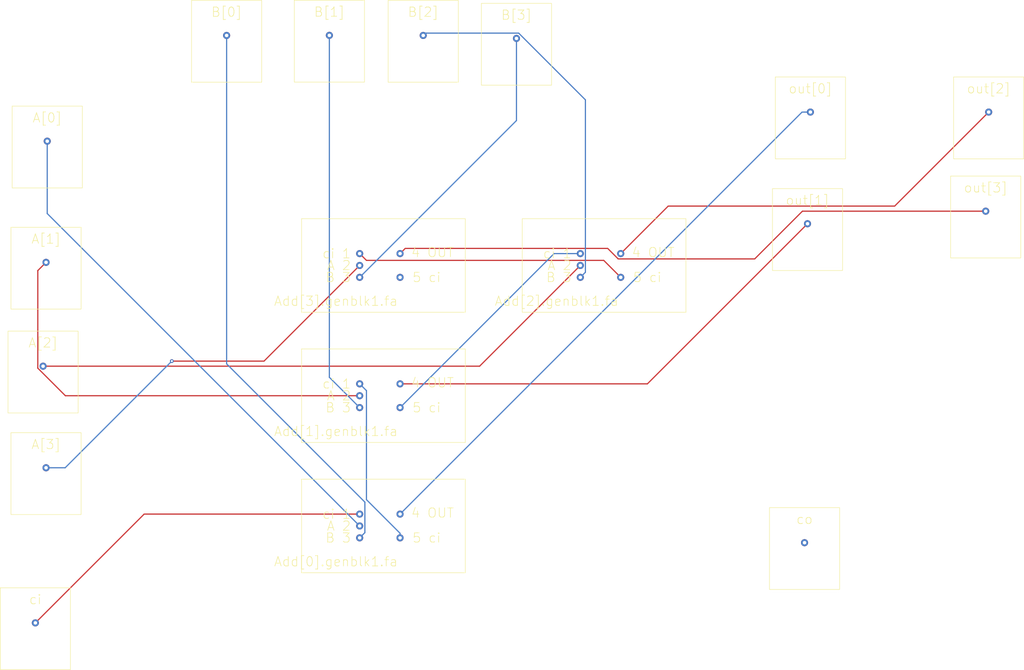
<source format=kicad_pcb>
(kicad_pcb (version 20211014) (generator pcbnew)
  (layers (0 "F.Cu" signal) (31 "B.Cu" signal) (34 "B.Paste" user) (35 "F.Paste" user) (36 "B.SilkS" user "B.Silkscreen") (37 "F.SilkS" user "F.Silkscreen") (38 "B.Mask" user) (39 "F.Mask" user) (44 "Edge.Cuts" user))
  (net 0 "")
  (net 1 "co")
  (net 2 "A[0]")
  (net 3 "B[0]")
  (net 4 "out[0]")
  (net 5 "ci")
  (net 6 "Add[0].c_out")
  (net 7 "A[1]")
  (net 8 "B[1]")
  (net 9 "out[1]")
  (net 10 "Add[1].c_out")
  (net 11 "A[2]")
  (net 12 "B[2]")
  (net 13 "out[2]")
  (net 14 "Add[2].c_out")
  (net 15 "A[3]")
  (net 16 "B[3]")
  (net 17 "out[3]")
  (net 18 "Add[3].c_out")
  (footprint "FA:INPUT" (layer "F.Cu") (at 39.624 77.617)
    (fp_text reference "A[1]" (at 0 -5 unlocked) (layer "F.SilkS") (effects (font (size 2 2))))
    (fp_text value "INPUT")
    (fp_rect (start -7.5 -7.5) (end 7.5 10) (layer "F.SilkS") (width 0.12) (fill none))
    (pad "1" thru_hole circle (at 0 0) (size 1.524 1.524) (drill 0.762) (layers *.Cu *.Mask) (net 7 "A[1]"))
  )
  (footprint "FA:INPUT" (layer "F.Cu") (at 39.878 51.709)
    (fp_text reference "A[0]" (at 0 -5 unlocked) (layer "F.SilkS") (effects (font (size 2 2))))
    (fp_text value "INPUT")
    (fp_rect (start -7.5 -7.5) (end 7.5 10) (layer "F.SilkS") (width 0.12) (fill none))
    (pad "1" thru_hole circle (at 0 0) (size 1.524 1.524) (drill 0.762) (layers *.Cu *.Mask) (net 2 "A[0]"))
  )
  (footprint "FA:OUTPUT" (layer "F.Cu") (at 241.173 45.486)
    (fp_text reference "out[2]" (at 0 -5 unlocked) (layer "F.SilkS") (effects (font (size 2 2))))
    (fp_text value "OUTPUT")
    (fp_rect (start -7.5 -7.5) (end 7.5 10) (layer "F.SilkS") (width 0.12) (fill none))
    (pad "1" thru_hole circle (at 0 0) (size 1.524 1.524) (drill 0.762) (layers *.Cu *.Mask) (net 13 "out[2]"))
  )
  (footprint "FA:INPUT" (layer "F.Cu") (at 38.989 99.822)
    (fp_text reference "A[2]" (at 0 -5 unlocked) (layer "F.SilkS") (effects (font (size 2 2))))
    (fp_text value "INPUT")
    (fp_rect (start -7.5 -7.5) (end 7.5 10) (layer "F.SilkS") (width 0.12) (fill none))
    (pad "1" thru_hole circle (at 0 0) (size 1.524 1.524) (drill 0.762) (layers *.Cu *.Mask) (net 11 "A[2]"))
  )
  (footprint "FA:OUTPUT" (layer "F.Cu") (at 203.053 45.486)
    (fp_text reference "out[0]" (at 0 -5 unlocked) (layer "F.SilkS") (effects (font (size 2 2))))
    (fp_text value "OUTPUT")
    (fp_rect (start -7.5 -7.5) (end 7.5 10) (layer "F.SilkS") (width 0.12) (fill none))
    (pad "1" thru_hole circle (at 0 0) (size 1.524 1.524) (drill 0.762) (layers *.Cu *.Mask) (net 4 "out[0]"))
  )
  (footprint "FA:OUTPUT" (layer "F.Cu") (at 240.538 66.675)
    (fp_text reference "out[3]" (at 0 -5 unlocked) (layer "F.SilkS") (effects (font (size 2 2))))
    (fp_text value "OUTPUT")
    (fp_rect (start -7.5 -7.5) (end 7.5 10) (layer "F.SilkS") (width 0.12) (fill none))
    (pad "1" thru_hole circle (at 0 0) (size 1.524 1.524) (drill 0.762) (layers *.Cu *.Mask) (net 17 "out[3]"))
  )
  (footprint "FA:OUTPUT" (layer "F.Cu") (at 202.438 69.362)
    (fp_text reference "out[1]" (at 0 -5 unlocked) (layer "F.SilkS") (effects (font (size 2 2))))
    (fp_text value "OUTPUT")
    (fp_rect (start -7.5 -7.5) (end 7.5 10) (layer "F.SilkS") (width 0.12) (fill none))
    (pad "1" thru_hole circle (at 0 0) (size 1.524 1.524) (drill 0.762) (layers *.Cu *.Mask) (net 9 "out[1]"))
  )
  (footprint "FA:INPUT" (layer "F.Cu") (at 100.203 29.083)
    (fp_text reference "B[1]" (at 0 -5 unlocked) (layer "F.SilkS") (effects (font (size 2 2))))
    (fp_text value "INPUT")
    (fp_rect (start -7.5 -7.5) (end 7.5 10) (layer "F.SilkS") (width 0.12) (fill none))
    (pad "1" thru_hole circle (at 0 0) (size 1.524 1.524) (drill 0.762) (layers *.Cu *.Mask) (net 8 "B[1]"))
  )
  (footprint "FA:genblk1.fa" (layer "F.Cu") (at 111.76 78.285)
    (fp_text reference "Add[3].genblk1.fa" (at -10.16 7.62 unlocked) (layer "F.SilkS") (effects (font (size 2 2))))
    (fp_text value "FA")
    (fp_text user "A 2" (at -6.858 0 unlocked) (layer "F.SilkS") (effects (font (size 2 2)) (justify right)))
    (fp_text user "4 OUT" (at 5.842 -2.794 unlocked) (layer "F.SilkS") (effects (font (size 2 2)) (justify left)))
    (fp_text user "5 ci" (at 6.096 2.54 unlocked) (layer "F.SilkS") (effects (font (size 2 2)) (justify left)))
    (fp_text user "B 3" (at -6.858 2.54 unlocked) (layer "F.SilkS") (effects (font (size 2 2)) (justify right)))
    (fp_text user "ci 1" (at -6.858 -2.54 unlocked) (layer "F.SilkS") (effects (font (size 2 2)) (justify right)))
    (fp_line (start -17.5 10) (end -17.5 -10) (layer "F.SilkS") (width 0.12))
    (fp_line (start 17.5 -10) (end 17.5 10) (layer "F.SilkS") (width 0.12))
    (fp_line (start 17.5 10) (end -17.5 10) (layer "F.SilkS") (width 0.12))
    (fp_line (start 17.5 -10) (end -17.5 -10) (layer "F.SilkS") (width 0.12))
    (pad "1" thru_hole circle (at -5.08 -2.54) (size 1.524 1.524) (drill 0.762) (layers *.Cu *.Mask) (net 14 "Add[2].c_out"))
    (pad "2" thru_hole circle (at -5.08 0) (size 1.524 1.524) (drill 0.762) (layers *.Cu *.Mask) (net 15 "A[3]"))
    (pad "3" thru_hole circle (at -5.08 2.54) (size 1.524 1.524) (drill 0.762) (layers *.Cu *.Mask) (net 16 "B[3]"))
    (pad "4" thru_hole circle (at 3.556 -2.54) (size 1.524 1.524) (drill 0.762) (layers *.Cu *.Mask) (net 17 "out[3]"))
    (pad "5" thru_hole circle (at 3.556 2.54) (size 1.524 1.524) (drill 0.762) (layers *.Cu *.Mask) (net 18 "Add[3].c_out"))
  )
  (footprint "FA:INPUT" (layer "F.Cu") (at 120.269 29.103)
    (fp_text reference "B[2]" (at 0 -5 unlocked) (layer "F.SilkS") (effects (font (size 2 2))))
    (fp_text value "INPUT")
    (fp_rect (start -7.5 -7.5) (end 7.5 10) (layer "F.SilkS") (width 0.12) (fill none))
    (pad "1" thru_hole circle (at 0 0) (size 1.524 1.524) (drill 0.762) (layers *.Cu *.Mask) (net 12 "B[2]"))
  )
  (footprint "FA:OUTPUT" (layer "F.Cu") (at 201.803 137.561)
    (fp_text reference "co" (at 0 -5 unlocked) (layer "F.SilkS") (effects (font (size 2 2))))
    (fp_text value "OUTPUT")
    (fp_rect (start -7.5 -7.5) (end 7.5 10) (layer "F.SilkS") (width 0.12) (fill none))
    (pad "1" thru_hole circle (at 0 0) (size 1.524 1.524) (drill 0.762) (layers *.Cu *.Mask) (net 1 "co"))
  )
  (footprint "FA:INPUT" (layer "F.Cu") (at 37.338 154.706)
    (fp_text reference "ci" (at 0 -5 unlocked) (layer "F.SilkS") (effects (font (size 2 2))))
    (fp_text value "INPUT")
    (fp_rect (start -7.5 -7.5) (end 7.5 10) (layer "F.SilkS") (width 0.12) (fill none))
    (pad "1" thru_hole circle (at 0 0) (size 1.524 1.524) (drill 0.762) (layers *.Cu *.Mask) (net 5 "ci"))
  )
  (footprint "FA:INPUT" (layer "F.Cu") (at 140.208 29.738)
    (fp_text reference "B[3]" (at 0 -5 unlocked) (layer "F.SilkS") (effects (font (size 2 2))))
    (fp_text value "INPUT")
    (fp_rect (start -7.5 -7.5) (end 7.5 10) (layer "F.SilkS") (width 0.12) (fill none))
    (pad "1" thru_hole circle (at 0 0) (size 1.524 1.524) (drill 0.762) (layers *.Cu *.Mask) (net 16 "B[3]"))
  )
  (footprint "FA:genblk1.fa" (layer "F.Cu") (at 158.94 78.285)
    (fp_text reference "Add[2].genblk1.fa" (at -10.16 7.62 unlocked) (layer "F.SilkS") (effects (font (size 2 2))))
    (fp_text value "FA")
    (fp_text user "4 OUT" (at 5.842 -2.794 unlocked) (layer "F.SilkS") (effects (font (size 2 2)) (justify left)))
    (fp_text user "ci 1" (at -6.858 -2.54 unlocked) (layer "F.SilkS") (effects (font (size 2 2)) (justify right)))
    (fp_text user "5 ci" (at 6.096 2.54 unlocked) (layer "F.SilkS") (effects (font (size 2 2)) (justify left)))
    (fp_text user "B 3" (at -6.858 2.54 unlocked) (layer "F.SilkS") (effects (font (size 2 2)) (justify right)))
    (fp_text user "A 2" (at -6.858 0 unlocked) (layer "F.SilkS") (effects (font (size 2 2)) (justify right)))
    (fp_line (start 17.5 10) (end -17.5 10) (layer "F.SilkS") (width 0.12))
    (fp_line (start -17.5 10) (end -17.5 -10) (layer "F.SilkS") (width 0.12))
    (fp_line (start 17.5 -10) (end 17.5 10) (layer "F.SilkS") (width 0.12))
    (fp_line (start 17.5 -10) (end -17.5 -10) (layer "F.SilkS") (width 0.12))
    (pad "1" thru_hole circle (at -5.08 -2.54) (size 1.524 1.524) (drill 0.762) (layers *.Cu *.Mask) (net 10 "Add[1].c_out"))
    (pad "2" thru_hole circle (at -5.08 0) (size 1.524 1.524) (drill 0.762) (layers *.Cu *.Mask) (net 11 "A[2]"))
    (pad "3" thru_hole circle (at -5.08 2.54) (size 1.524 1.524) (drill 0.762) (layers *.Cu *.Mask) (net 12 "B[2]"))
    (pad "4" thru_hole circle (at 3.556 -2.54) (size 1.524 1.524) (drill 0.762) (layers *.Cu *.Mask) (net 13 "out[2]"))
    (pad "5" thru_hole circle (at 3.556 2.54) (size 1.524 1.524) (drill 0.762) (layers *.Cu *.Mask) (net 14 "Add[2].c_out"))
  )
  (footprint "FA:INPUT" (layer "F.Cu") (at 78.232 29.103)
    (fp_text reference "B[0]" (at 0 -5 unlocked) (layer "F.SilkS") (effects (font (size 2 2))))
    (fp_text value "INPUT")
    (fp_rect (start -7.5 -7.5) (end 7.5 10) (layer "F.SilkS") (width 0.12) (fill none))
    (pad "1" thru_hole circle (at 0 0) (size 1.524 1.524) (drill 0.762) (layers *.Cu *.Mask) (net 3 "B[0]"))
  )
  (footprint "FA:genblk1.fa" (layer "F.Cu") (at 111.76 133.985)
    (fp_text reference "Add[0].genblk1.fa" (at -10.16 7.62 unlocked) (layer "F.SilkS") (effects (font (size 2 2))))
    (fp_text value "FA")
    (fp_text user "5 ci" (at 6.096 2.54 unlocked) (layer "F.SilkS") (effects (font (size 2 2)) (justify left)))
    (fp_text user "B 3" (at -6.858 2.54 unlocked) (layer "F.SilkS") (effects (font (size 2 2)) (justify right)))
    (fp_text user "A 2" (at -6.858 0 unlocked) (layer "F.SilkS") (effects (font (size 2 2)) (justify right)))
    (fp_text user "ci 1" (at -6.858 -2.54 unlocked) (layer "F.SilkS") (effects (font (size 2 2)) (justify right)))
    (fp_text user "4 OUT" (at 5.842 -2.794 unlocked) (layer "F.SilkS") (effects (font (size 2 2)) (justify left)))
    (fp_line (start 17.5 10) (end -17.5 10) (layer "F.SilkS") (width 0.12))
    (fp_line (start -17.5 10) (end -17.5 -10) (layer "F.SilkS") (width 0.12))
    (fp_line (start 17.5 -10) (end 17.5 10) (layer "F.SilkS") (width 0.12))
    (fp_line (start 17.5 -10) (end -17.5 -10) (layer "F.SilkS") (width 0.12))
    (pad "1" thru_hole circle (at -5.08 -2.54) (size 1.524 1.524) (drill 0.762) (layers *.Cu *.Mask) (net 5 "ci"))
    (pad "2" thru_hole circle (at -5.08 0) (size 1.524 1.524) (drill 0.762) (layers *.Cu *.Mask) (net 2 "A[0]"))
    (pad "3" thru_hole circle (at -5.08 2.54) (size 1.524 1.524) (drill 0.762) (layers *.Cu *.Mask) (net 3 "B[0]"))
    (pad "4" thru_hole circle (at 3.556 -2.54) (size 1.524 1.524) (drill 0.762) (layers *.Cu *.Mask) (net 4 "out[0]"))
    (pad "5" thru_hole circle (at 3.556 2.54) (size 1.524 1.524) (drill 0.762) (layers *.Cu *.Mask) (net 6 "Add[0].c_out"))
  )
  (footprint "FA:INPUT" (layer "F.Cu") (at 39.624 121.539)
    (fp_text reference "A[3]" (at 0 -5 unlocked) (layer "F.SilkS") (effects (font (size 2 2))))
    (fp_text value "INPUT")
    (fp_rect (start -7.5 -7.5) (end 7.5 10) (layer "F.SilkS") (width 0.12) (fill none))
    (pad "1" thru_hole circle (at 0 0) (size 1.524 1.524) (drill 0.762) (layers *.Cu *.Mask) (net 15 "A[3]"))
  )
  (footprint "FA:genblk1.fa" (layer "F.Cu") (at 111.76 106.135)
    (fp_text reference "Add[1].genblk1.fa" (at -10.16 7.62 unlocked) (layer "F.SilkS") (effects (font (size 2 2))))
    (fp_text value "FA")
    (fp_text user "ci 1" (at -6.858 -2.54 unlocked) (layer "F.SilkS") (effects (font (size 2 2)) (justify right)))
    (fp_text user "5 ci" (at 6.096 2.54 unlocked) (layer "F.SilkS") (effects (font (size 2 2)) (justify left)))
    (fp_text user "A 2" (at -6.858 0 unlocked) (layer "F.SilkS") (effects (font (size 2 2)) (justify right)))
    (fp_text user "B 3" (at -6.858 2.54 unlocked) (layer "F.SilkS") (effects (font (size 2 2)) (justify right)))
    (fp_text user "4 OUT" (at 5.842 -2.794 unlocked) (layer "F.SilkS") (effects (font (size 2 2)) (justify left)))
    (fp_line (start 17.5 -10) (end 17.5 10) (layer "F.SilkS") (width 0.12))
    (fp_line (start -17.5 10) (end -17.5 -10) (layer "F.SilkS") (width 0.12))
    (fp_line (start 17.5 10) (end -17.5 10) (layer "F.SilkS") (width 0.12))
    (fp_line (start 17.5 -10) (end -17.5 -10) (layer "F.SilkS") (width 0.12))
    (pad "1" thru_hole circle (at -5.08 -2.54) (size 1.524 1.524) (drill 0.762) (layers *.Cu *.Mask) (net 6 "Add[0].c_out"))
    (pad "2" thru_hole circle (at -5.08 0) (size 1.524 1.524) (drill 0.762) (layers *.Cu *.Mask) (net 7 "A[1]"))
    (pad "3" thru_hole circle (at -5.08 2.54) (size 1.524 1.524) (drill 0.762) (layers *.Cu *.Mask) (net 8 "B[1]"))
    (pad "4" thru_hole circle (at 3.556 -2.54) (size 1.524 1.524) (drill 0.762) (layers *.Cu *.Mask) (net 9 "out[1]"))
    (pad "5" thru_hole circle (at 3.556 2.54) (size 1.524 1.524) (drill 0.762) (layers *.Cu *.Mask) (net 10 "Add[1].c_out"))
  )
  (segment (start 39.878 67.183) (end 39.878 51.709) (width 0.25) (layer "B.Cu") (net 2))
  (segment (start 106.68 133.985) (end 39.878 67.183) (width 0.25) (layer "B.Cu") (net 2))
  (segment (start 107.7949 128.8857) (end 78.232 99.3228) (width 0.25) (layer "B.Cu") (net 3))
  (segment (start 78.232 99.3228) (end 78.232 29.103) (width 0.25) (layer "B.Cu") (net 3))
  (segment (start 107.7949 135.4101) (end 107.7949 128.8857) (width 0.25) (layer "B.Cu") (net 3))
  (segment (start 106.68 136.525) (end 107.7949 135.4101) (width 0.25) (layer "B.Cu") (net 3))
  (segment (start 115.316 131.445) (end 201.275 45.486) (width 0.25) (layer "B.Cu") (net 4))
  (segment (start 201.275 45.486) (end 203.053 45.486) (width 0.25) (layer "B.Cu") (net 4))
  (segment (start 106.68 131.445) (end 60.599 131.445) (width 0.25) (layer "F.Cu") (net 5))
  (segment (start 60.599 131.445) (end 37.338 154.706) (width 0.25) (layer "F.Cu") (net 5))
  (segment (start 108.1326 128.3612) (end 108.1326 105.0476) (width 0.25) (layer "B.Cu") (net 6))
  (segment (start 108.1326 105.0476) (end 106.68 103.595) (width 0.25) (layer "B.Cu") (net 6))
  (segment (start 115.316 136.525) (end 115.316 135.5446) (width 0.25) (layer "B.Cu") (net 6))
  (segment (start 115.316 135.5446) (end 108.1326 128.3612) (width 0.25) (layer "B.Cu") (net 6))
  (segment (start 37.8602 100.239) (end 37.8602 79.3808) (width 0.25) (layer "F.Cu") (net 7))
  (segment (start 37.8602 79.3808) (end 39.624 77.617) (width 0.25) (layer "F.Cu") (net 7))
  (segment (start 43.7562 106.135) (end 37.8602 100.239) (width 0.25) (layer "F.Cu") (net 7))
  (segment (start 106.68 106.135) (end 43.7562 106.135) (width 0.25) (layer "F.Cu") (net 7))
  (segment (start 106.68 108.675) (end 100.203 102.198) (width 0.25) (layer "B.Cu") (net 8))
  (segment (start 100.203 102.198) (end 100.203 29.083) (width 0.25) (layer "B.Cu") (net 8))
  (segment (start 168.205 103.595) (end 202.438 69.362) (width 0.25) (layer "F.Cu") (net 9))
  (segment (start 115.316 103.595) (end 168.205 103.595) (width 0.25) (layer "F.Cu") (net 9))
  (segment (start 148.246 75.745) (end 153.86 75.745) (width 0.25) (layer "B.Cu") (net 10))
  (segment (start 115.316 108.675) (end 148.246 75.745) (width 0.25) (layer "B.Cu") (net 10))
  (segment (start 132.323 99.822) (end 38.989 99.822) (width 0.25) (layer "F.Cu") (net 11))
  (segment (start 153.86 78.285) (end 132.323 99.822) (width 0.25) (layer "F.Cu") (net 11))
  (segment (start 120.7715 28.6005) (end 140.6766 28.6005) (width 0.25) (layer "B.Cu") (net 12))
  (segment (start 120.269 29.103) (end 120.7715 28.6005) (width 0.25) (layer "B.Cu") (net 12))
  (segment (start 154.9494 79.7356) (end 153.86 80.825) (width 0.25) (layer "B.Cu") (net 12))
  (segment (start 140.6766 28.6005) (end 154.9494 42.8733) (width 0.25) (layer "B.Cu") (net 12))
  (segment (start 154.9494 42.8733) (end 154.9494 79.7356) (width 0.25) (layer "B.Cu") (net 12))
  (segment (start 221.0714 65.5876) (end 241.173 45.486) (width 0.25) (layer "F.Cu") (net 13))
  (segment (start 162.496 75.745) (end 172.6534 65.5876) (width 0.25) (layer "F.Cu") (net 13))
  (segment (start 172.6534 65.5876) (end 221.0714 65.5876) (width 0.25) (layer "F.Cu") (net 13))
  (segment (start 108.1326 77.1976) (end 158.8686 77.1976) (width 0.25) (layer "F.Cu") (net 14))
  (segment (start 106.68 75.745) (end 108.1326 77.1976) (width 0.25) (layer "F.Cu") (net 14))
  (segment (start 158.8686 77.1976) (end 162.496 80.825) (width 0.25) (layer "F.Cu") (net 14))
  (segment (start 106.68 78.285) (end 86.2315 98.7335) (width 0.25) (layer "F.Cu") (net 15))
  (segment (start 86.2315 98.7335) (end 66.5143 98.7335) (width 0.25) (layer "F.Cu") (net 15))
  (via (at 66.5143 98.7335) (size 0.8) (drill 0.4) (layers "F.Cu" "B.Cu") (net 15))
  (segment (start 66.5143 98.7335) (end 43.7088 121.539) (width 0.25) (layer "B.Cu") (net 15))
  (segment (start 43.7088 121.539) (end 39.624 121.539) (width 0.25) (layer "B.Cu") (net 15))
  (segment (start 140.208 47.297) (end 140.208 29.738) (width 0.25) (layer "B.Cu") (net 16))
  (segment (start 106.68 80.825) (end 140.208 47.297) (width 0.25) (layer "B.Cu") (net 16))
  (segment (start 115.316 75.745) (end 116.4193 74.6417) (width 0.25) (layer "F.Cu") (net 17))
  (segment (start 161.9563 76.8832) (end 191.1423 76.8832) (width 0.25) (layer "F.Cu") (net 17))
  (segment (start 191.1423 76.8832) (end 201.3505 66.675) (width 0.25) (layer "F.Cu") (net 17))
  (segment (start 159.7148 74.6417) (end 161.9563 76.8832) (width 0.25) (layer "F.Cu") (net 17))
  (segment (start 116.4193 74.6417) (end 159.7148 74.6417) (width 0.25) (layer "F.Cu") (net 17))
  (segment (start 201.3505 66.675) (end 240.538 66.675) (width 0.25) (layer "F.Cu") (net 17))
)
</source>
